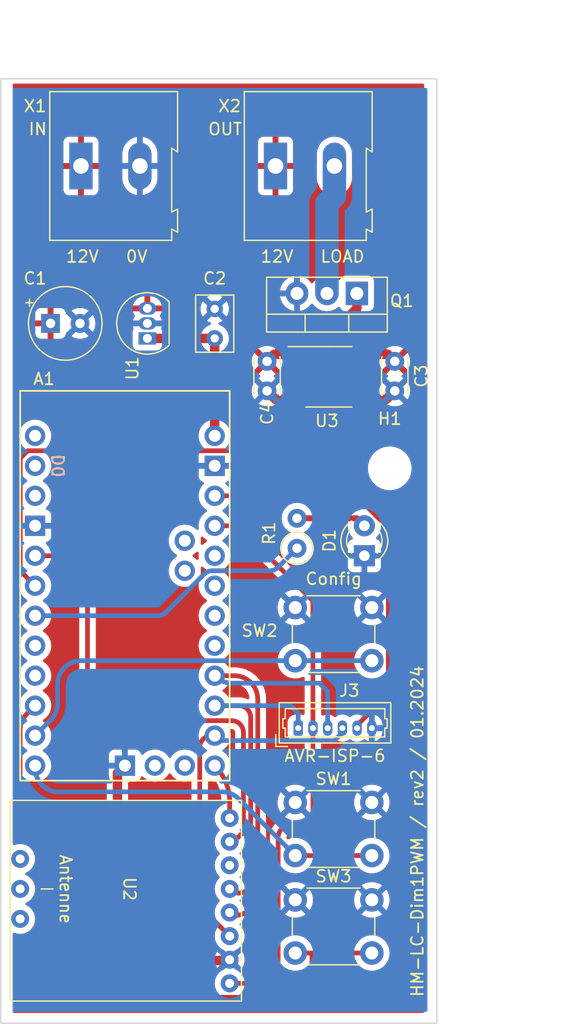
<source format=kicad_pcb>
(kicad_pcb (version 20240108) (generator "pcbnew") (generator_version "8.0")
  (layers (0 "F.Cu" signal) (31 "B.Cu" signal) (34 "B.Paste" user) (35 "F.Paste" user) (36 "B.SilkS" user "B.Silkscreen") (37 "F.SilkS" user "F.Silkscreen") (38 "B.Mask" user) (39 "F.Mask" user) (44 "Edge.Cuts" user))
  (net 0 "")
  (net 11 "Net-(A1-D2_INT0)")
  (net 12 "Net-(A1-D3_INT1)")
  (net 13 "Net-(A1-PadD4)")
  (net 15 "Net-(A1-PadD7)")
  (net 16 "Net-(A1-PadD8)")
  (net 17 "Net-(A1-PadD9)")
  (net 18 "Net-(A1-D10_CS)")
  (net 19 "Net-(A1-D11_MOSI)")
  (net 20 "Net-(A1-D12_MISO)")
  (net 21 "GND")
  (net 22 "+5V")
  (net 24 "Net-(J3-~{RST})")
  (net 25 "+3.3V")
  (net 26 "Net-(D1-A)")
  (net 27 "Net-(Q1-G)")
  (net 28 "Net-(Q1-D)")
  (net 34 "+12V")
  (net 36 "Net-(A1-D13_SCK)")
  (footprint "Button_Switch_THT:SW_PUSH_6mm_H5mm" (layer "F.Cu") (at 150.98 94.56)
    (property "Reference" "SW3" (at 3.25 -2 0) (layer "F.SilkS"))
    (property "Value" "SW_Push" (hide yes))
    (fp_line (start -0.25 1.5) (end -0.25 3) (stroke (width 0.12)) (layer "F.SilkS"))
    (fp_line (start 1 5.5) (end 5.5 5.5) (stroke (width 0.12)) (layer "F.SilkS"))
    (fp_line (start 5.5 -1) (end 1 -1) (stroke (width 0.12)) (layer "F.SilkS"))
    (fp_line (start 6.75 3) (end 6.75 1.5) (stroke (width 0.12)) (layer "F.SilkS"))
    (pad "1" thru_hole circle (at 0 0 90) (size 2 2) (drill 1.1) (layers "*.Cu" "*.Mask") (net 21 "GND"))
    (pad "1" thru_hole circle (at 6.5 0 90) (size 2 2) (drill 1.1) (layers "*.Cu" "*.Mask") (net 21 "GND"))
    (pad "2" thru_hole circle (at 0 4.5 90) (size 2 2) (drill 1.1) (layers "*.Cu" "*.Mask") (net 15 "Net-(A1-PadD7)"))
    (pad "2" thru_hole circle (at 6.5 4.5 90) (size 2 2) (drill 1.1) (layers "*.Cu" "*.Mask") (net 15 "Net-(A1-PadD7)"))
  )
  (footprint "Capacitor_THT:C_Rect_L4.6mm_W3.0mm_P2.50mm_MKS02_FKP02" (layer "F.Cu") (at 144.145 46.99 90)
    (property "Reference" "C2" (at 5.08 0 180) (layer "F.SilkS"))
    (property "Value" "100n")
    (fp_line (start 3.67 -1.62) (end 3.67 1.62) (stroke (width 0.12)) (layer "F.SilkS"))
    (fp_line (start -1.17 -1.62) (end 3.67 -1.62) (stroke (width 0.12)) (layer "F.SilkS"))
    (fp_line (start -1.17 -1.62) (end -1.17 1.62) (stroke (width 0.12)) (layer "F.SilkS"))
    (fp_line (start -1.17 1.62) (end 3.67 1.62) (stroke (width 0.12)) (layer "F.SilkS"))
    (pad "1" thru_hole circle (at 0 0 90) (size 1.4 1.4) (drill 0.7) (layers "*.Cu" "*.Mask") (net 22 "+5V"))
    (pad "2" thru_hole circle (at 2.5 0 90) (size 1.4 1.4) (drill 0.7) (layers "*.Cu" "*.Mask") (net 21 "GND"))
  )
  (footprint "Package_SO:SOIC-8_3.9x4.9mm_P1.27mm" (layer "F.Cu") (at 153.835 50.245)
    (property "Reference" "U3" (at -0.165 3.73 0) (layer "F.SilkS"))
    (property "Value" "MIC4422YM")
    (fp_line (start 0 -2.56) (end -3.45 -2.56) (stroke (width 0.12)) (layer "F.SilkS"))
    (fp_line (start 0 -2.56) (end 1.95 -2.56) (stroke (width 0.12)) (layer "F.SilkS"))
    (fp_line (start 0 2.56) (end -1.95 2.56) (stroke (width 0.12)) (layer "F.SilkS"))
    (fp_line (start 0 2.56) (end 1.95 2.56) (stroke (width 0.12)) (layer "F.SilkS"))
    (pad "1" smd roundrect (at -2.475 -1.905) (size 1.95 0.6) (layers "F.Cu" "F.Paste" "F.Mask") (net 34 "+12V"))
    (pad "2" smd roundrect (at -2.475 -0.635) (size 1.95 0.6) (layers "F.Cu" "F.Paste" "F.Mask") (net 12 "Net-(A1-D3_INT1)"))
    (pad "3" smd roundrect (at -2.475 0.635) (size 1.95 0.6) (layers "F.Cu" "F.Paste" "F.Mask"))
    (pad "4" smd roundrect (at -2.475 1.905) (size 1.95 0.6) (layers "F.Cu" "F.Paste" "F.Mask") (net 21 "GND"))
    (pad "5" smd roundrect (at 2.475 1.905) (size 1.95 0.6) (layers "F.Cu" "F.Paste" "F.Mask") (net 21 "GND"))
    (pad "6" smd roundrect (at 2.475 0.635) (size 1.95 0.6) (layers "F.Cu" "F.Paste" "F.Mask") (net 27 "Net-(Q1-G)"))
    (pad "7" smd roundrect (at 2.475 -0.635) (size 1.95 0.6) (layers "F.Cu" "F.Paste" "F.Mask") (net 27 "Net-(Q1-G)"))
    (pad "8" smd roundrect (at 2.475 -1.905) (size 1.95 0.6) (layers "F.Cu" "F.Paste" "F.Mask") (net 34 "+12V"))
  )
  (footprint "TerminalBlock:TerminalBlock_Altech_AK300-2_P5.00mm" (layer "F.Cu") (at 149.305 32.385)
    (property "Reference" "X2" (at -3.89 -5.08 0) (layer "F.SilkS"))
    (property "Value" "Screw_Terminal_01x02" (hide yes))
    (fp_line (start -2.65 -6.3) (end -2.65 6.3) (stroke (width 0.12)) (layer "F.SilkS"))
    (fp_line (start -2.65 6.3) (end 7.7 6.3) (stroke (width 0.12)) (layer "F.SilkS"))
    (fp_line (start 7.7 -1.5) (end 8.2 -1.2) (stroke (width 0.12)) (layer "F.SilkS"))
    (fp_line (start 7.7 3.9) (end 7.7 -1.5) (stroke (width 0.12)) (layer "F.SilkS"))
    (fp_line (start 7.7 5.35) (end 8.2 5.6) (stroke (width 0.12)) (layer "F.SilkS"))
    (fp_line (start 7.7 6.3) (end 7.7 5.35) (stroke (width 0.12)) (layer "F.SilkS"))
    (fp_line (start 8.2 -6.3) (end -2.65 -6.3) (stroke (width 0.12)) (layer "F.SilkS"))
    (fp_line (start 8.2 -1.2) (end 8.2 -6.3) (stroke (width 0.12)) (layer "F.SilkS"))
    (fp_line (start 8.2 3.65) (end 7.7 3.9) (stroke (width 0.12)) (layer "F.SilkS"))
    (fp_line (start 8.2 3.7) (end 8.2 3.65) (stroke (width 0.12)) (layer "F.SilkS"))
    (fp_line (start 8.2 5.6) (end 8.2 3.7) (stroke (width 0.12)) (layer "F.SilkS"))
    (pad "1" thru_hole rect (at 0 0) (size 1.98 3.96) (drill 1.32) (layers "*.Cu" "*.Mask") (net 34 "+12V"))
    (pad "2" thru_hole oval (at 5 0) (size 1.98 3.96) (drill 1.32) (layers "*.Cu" "*.Mask") (net 28 "Net-(Q1-D)"))
  )
  (footprint "LED_THT:LED_D3.0mm" (layer "F.Cu") (at 156.845 65.405 90)
    (property "Reference" "D1" (at 1.27 -2.96 90) (layer "F.SilkS"))
    (property "Value" "LED")
    (fp_line (start -0.29 -1.236) (end -0.29 -1.08) (stroke (width 0.12)) (layer "F.SilkS"))
    (fp_line (start -0.29 1.08) (end -0.29 1.236) (stroke (width 0.12)) (layer "F.SilkS"))
    (fp_arc (start -0.29 -1.235516) (mid 1.366487 -1.987659) (end 2.942335 -1.078608) (stroke (width 0.12)) (layer "F.SilkS"))
    (fp_arc (start 0.229039 -1.08) (mid 1.270117 -1.5) (end 2.31113 -1.079837) (stroke (width 0.12)) (layer "F.SilkS"))
    (fp_arc (start 2.942335 1.078608) (mid 1.366487 1.987659) (end -0.29 1.235516) (stroke (width 0.12)) (layer "F.SilkS"))
    (fp_arc (start 2.31113 1.079837) (mid 1.270117 1.5) (end 0.229039 1.08) (stroke (width 0.12)) (layer "F.SilkS"))
    (pad "1" thru_hole rect (at 0 0 90) (size 1.8 1.8) (drill 0.9) (layers "*.Cu" "*.Mask") (net 21 "GND"))
    (pad "2" thru_hole circle (at 2.54 0 90) (size 1.8 1.8) (drill 0.9) (layers "*.Cu" "*.Mask") (net 26 "Net-(D1-A)"))
  )
  (footprint "Capacitor_THT:CP_Radial_Tantal_D6.0mm_P2.50mm" (layer "F.Cu") (at 130.215 45.72)
    (property "Reference" "C1" (at -1.31 -3.81 0) (layer "F.SilkS"))
    (property "Value" "100µ/25V")
    (fp_line (start -2.089749 -1.755) (end -1.489749 -1.755) (stroke (width 0.12)) (layer "F.SilkS"))
    (fp_line (start -1.789749 -2.055) (end -1.789749 -1.455) (stroke (width 0.12)) (layer "F.SilkS"))
    (fp_circle (center 1.25 0) (end 4.37 0) (stroke (width 0.12)) (fill none) (layer "F.SilkS"))
    (pad "1" thru_hole rect (at 0 0) (size 1.6 1.6) (drill 0.8) (layers "*.Cu" "*.Mask") (net 34 "+12V"))
    (pad "2" thru_hole circle (at 2.5 0) (size 1.6 1.6) (drill 0.8) (layers "*.Cu" "*.Mask") (net 21 "GND"))
  )
  (footprint "Button_Switch_THT:SW_PUSH_6mm_H5mm" (layer "F.Cu") (at 150.98 86.305)
    (property "Reference" "SW1" (at 3.25 -2 0) (layer "F.SilkS"))
    (property "Value" "SW_Push" (hide yes))
    (fp_line (start -0.25 1.5) (end -0.25 3) (stroke (width 0.12)) (layer "F.SilkS"))
    (fp_line (start 1 5.5) (end 5.5 5.5) (stroke (width 0.12)) (layer "F.SilkS"))
    (fp_line (start 5.5 -1) (end 1 -1) (stroke (width 0.12)) (layer "F.SilkS"))
    (fp_line (start 6.75 3) (end 6.75 1.5) (stroke (width 0.12)) (layer "F.SilkS"))
    (pad "1" thru_hole circle (at 0 0 90) (size 2 2) (drill 1.1) (layers "*.Cu" "*.Mask") (net 21 "GND"))
    (pad "1" thru_hole circle (at 6.5 0 90) (size 2 2) (drill 1.1) (layers "*.Cu" "*.Mask") (net 21 "GND"))
    (pad "2" thru_hole circle (at 0 4.5 90) (size 2 2) (drill 1.1) (layers "*.Cu" "*.Mask") (net 17 "Net-(A1-PadD9)"))
    (pad "2" thru_hole circle (at 6.5 4.5 90) (size 2 2) (drill 1.1) (layers "*.Cu" "*.Mask") (net 17 "Net-(A1-PadD9)"))
  )
  (footprint "TerminalBlock:TerminalBlock_Altech_AK300-2_P5.00mm" (layer "F.Cu") (at 132.795 32.385)
    (property "Reference" "X1" (at -3.89 -5.08 0) (layer "F.SilkS"))
    (property "Value" "Screw_Terminal_01x02" (hide yes))
    (fp_line (start -2.65 -6.3) (end -2.65 6.3) (stroke (width 0.12)) (layer "F.SilkS"))
    (fp_line (start -2.65 6.3) (end 7.7 6.3) (stroke (width 0.12)) (layer "F.SilkS"))
    (fp_line (start 7.7 -1.5) (end 8.2 -1.2) (stroke (width 0.12)) (layer "F.SilkS"))
    (fp_line (start 7.7 3.9) (end 7.7 -1.5) (stroke (width 0.12)) (layer "F.SilkS"))
    (fp_line (start 7.7 5.35) (end 8.2 5.6) (stroke (width 0.12)) (layer "F.SilkS"))
    (fp_line (start 7.7 6.3) (end 7.7 5.35) (stroke (width 0.12)) (layer "F.SilkS"))
    (fp_line (start 8.2 -6.3) (end -2.65 -6.3) (stroke (width 0.12)) (layer "F.SilkS"))
    (fp_line (start 8.2 -1.2) (end 8.2 -6.3) (stroke (width 0.12)) (layer "F.SilkS"))
    (fp_line (start 8.2 3.65) (end 7.7 3.9) (stroke (width 0.12)) (layer "F.SilkS"))
    (fp_line (start 8.2 3.7) (end 8.2 3.65) (stroke (width 0.12)) (layer "F.SilkS"))
    (fp_line (start 8.2 5.6) (end 8.2 3.7) (stroke (width 0.12)) (layer "F.SilkS"))
    (pad "1" thru_hole rect (at 0 0) (size 1.98 3.96) (drill 1.32) (layers "*.Cu" "*.Mask") (net 34 "+12V"))
    (pad "2" thru_hole oval (at 5 0) (size 1.98 3.96) (drill 1.32) (layers "*.Cu" "*.Mask") (net 21 "GND"))
  )
  (footprint "Button_Switch_THT:SW_PUSH_6mm_H5mm" (layer "F.Cu") (at 150.98 69.795)
    (property "Reference" "SW2" (at -3.025 1.96 0) (layer "F.SilkS"))
    (property "Value" "Config")
    (fp_line (start -0.25 1.5) (end -0.25 3) (stroke (width 0.12)) (layer "F.SilkS"))
    (fp_line (start 1 5.5) (end 5.5 5.5) (stroke (width 0.12)) (layer "F.SilkS"))
    (fp_line (start 5.5 -1) (end 1 -1) (stroke (width 0.12)) (layer "F.SilkS"))
    (fp_line (start 6.75 3) (end 6.75 1.5) (stroke (width 0.12)) (layer "F.SilkS"))
    (pad "1" thru_hole circle (at 0 0 90) (size 2 2) (drill 1.1) (layers "*.Cu" "*.Mask") (net 21 "GND"))
    (pad "1" thru_hole circle (at 6.5 0 90) (size 2 2) (drill 1.1) (layers "*.Cu" "*.Mask") (net 21 "GND"))
    (pad "2" thru_hole circle (at 0 4.5 90) (size 2 2) (drill 1.1) (layers "*.Cu" "*.Mask") (net 16 "Net-(A1-PadD8)"))
    (pad "2" thru_hole circle (at 6.5 4.5 90) (size 2 2) (drill 1.1) (layers "*.Cu" "*.Mask") (net 16 "Net-(A1-PadD8)"))
  )
  (footprint "Capacitor_THT:C_Disc_D3.0mm_W2.0mm_P2.50mm" (layer "F.Cu") (at 159.425 48.935 -90)
    (property "Reference" "C3" (at 1.25 -2.25 90) (layer "F.SilkS"))
    (property "Value" "100nF Kerko")
    (fp_line (start -0.37 1.12) (end 2.87 1.12) (stroke (width 0.12)) (layer "F.SilkS"))
    (fp_line (start -0.37 1.055) (end -0.37 1.12) (stroke (width 0.12)) (layer "F.SilkS"))
    (fp_line (start 2.87 1.055) (end 2.87 1.12) (stroke (width 0.12)) (layer "F.SilkS"))
    (fp_line (start -0.37 -1.12) (end -0.37 -1.055) (stroke (width 0.12)) (layer "F.SilkS"))
    (fp_line (start -0.37 -1.12) (end 2.87 -1.12) (stroke (width 0.12)) (layer "F.SilkS"))
    (fp_line (start 2.87 -1.12) (end 2.87 -1.055) (stroke (width 0.12)) (layer "F.SilkS"))
    (pad "1" thru_hole circle (at 0 0 270) (size 1.6 1.6) (drill 0.8) (layers "*.Cu" "*.Mask") (net 34 "+12V"))
    (pad "2" thru_hole circle (at 2.5 0 270) (size 1.6 1.6) (drill 0.8) (layers "*.Cu" "*.Mask") (net 21 "GND"))
  )
  (footprint "Package_TO_SOT_THT:TO-92_Inline" (layer "F.Cu") (at 138.43 46.99 90)
    (property "Reference" "U1" (at -2.54 -1.27 90) (layer "F.SilkS"))
    (property "Value" "L78L05_TO92")
    (fp_line (start -0.53 1.85) (end 3.07 1.85) (stroke (width 0.12)) (layer "F.SilkS"))
    (fp_arc (start 1.27 -2.6) (mid 3.672087 -0.994977) (end 3.108478 1.838478) (stroke (width 0.12)) (layer "F.SilkS"))
    (fp_arc (start -0.568478 1.838478) (mid -1.132087 -0.994977) (end 1.27 -2.6) (stroke (width 0.12)) (layer "F.SilkS"))
    (pad "1" thru_hole rect (at 0 0 90) (size 1.05 1.5) (drill 0.75) (layers "*.Cu" "*.Mask") (net 22 "+5V"))
    (pad "2" thru_hole oval (at 1.27 0 90) (size 1.05 1.5) (drill 0.75) (layers "*.Cu" "*.Mask") (net 21 "GND"))
    (pad "3" thru_hole oval (at 2.54 0 90) (size 1.05 1.5) (drill 0.75) (layers "*.Cu" "*.Mask") (net 34 "+12V"))
  )
  (footprint "Resistor_THT:R_Axial_DIN0207_L6.3mm_D2.5mm_P2.54mm_Vertical" (layer "F.Cu") (at 151.13 64.77 90)
    (property "Reference" "R1" (at 1.27 -2.37 90) (layer "F.SilkS"))
    (property "Value" "330R")
    (fp_line (start 1.37 0) (end 1.44 0) (stroke (width 0.12)) (layer "F.SilkS"))
    (fp_circle (center 0 0) (end 1.37 0) (stroke (width 0.12)) (fill none) (layer "F.SilkS"))
    (pad "1" thru_hole circle (at 0 0 90) (size 1.6 1.6) (drill 0.8) (layers "*.Cu" "*.Mask") (net 13 "Net-(A1-PadD4)"))
    (pad "2" thru_hole oval (at 2.54 0 90) (size 1.6 1.6) (drill 0.8) (layers "*.Cu" "*.Mask") (net 26 "Net-(D1-A)"))
  )
  (footprint "Package_TO_SOT_THT:TO-220-3_Vertical" (layer "F.Cu") (at 156.21 43.18 180)
    (property "Reference" "Q1" (at -3.81 -0.635 0) (layer "F.SilkS"))
    (property "Value" "IRF3708")
    (fp_line (start 7.66 -3.27) (end 7.66 1.371) (stroke (width 0.12)) (layer "F.SilkS"))
    (fp_line (start 4.391 -3.27) (end 4.391 -1.76) (stroke (width 0.12)) (layer "F.SilkS"))
    (fp_line (start 0.69 -3.27) (end 0.69 -1.76) (stroke (width 0.12)) (layer "F.SilkS"))
    (fp_line (start -2.58 1.371) (end 7.66 1.371) (stroke (width 0.12)) (layer "F.SilkS"))
    (fp_line (start -2.58 -1.76) (end 7.66 -1.76) (stroke (width 0.12)) (layer "F.SilkS"))
    (fp_line (start -2.58 -3.27) (end 7.66 -3.27) (stroke (width 0.12)) (layer "F.SilkS"))
    (fp_line (start -2.58 -3.27) (end -2.58 1.371) (stroke (width 0.12)) (layer "F.SilkS"))
    (pad "1" thru_hole rect (at 0 0 180) (size 1.905 2) (drill 1.1) (layers "*.Cu" "*.Mask") (net 27 "Net-(Q1-G)"))
    (pad "2" thru_hole oval (at 2.54 0 180) (size 1.905 2) (drill 1.1) (layers "*.Cu" "*.Mask") (net 28 "Net-(Q1-D)"))
    (pad "3" thru_hole oval (at 5.08 0 180) (size 1.905 2) (drill 1.1) (layers "*.Cu" "*.Mask") (net 21 "GND"))
  )
  (footprint "PCM_arduino-library:Clone_Pro_Mini_Socket_NoSPH" (layer "F.Cu") (at 136.525 67.945)
    (property "Reference" "A1" (at -6.858 -17.526 0) (layer "F.SilkS"))
    (property "Value" "Clone_Pro_Mini_Socket_NoSPH")
    (fp_line (start -8.89 -16.51) (end -8.89 16.51) (stroke (width 0.15)) (layer "F.SilkS"))
    (fp_line (start 8.89 -16.51) (end -8.89 -16.51) (stroke (width 0.15)) (layer "F.SilkS"))
    (fp_line (start 8.89 -16.51) (end 8.89 16.51) (stroke (width 0.15)) (layer "F.SilkS"))
    (fp_line (start 8.89 16.51) (end -8.89 16.51) (stroke (width 0.15)) (layer "F.SilkS"))
    (fp_text user "D0" (at -5.715 -10.16 -90) (layer "B.SilkS") (effects (justify mirror)))
    (fp_text user "D0" (at -5.715 -10.16 -90) (layer "F.SilkS"))
    (pad "A0" thru_hole circle (at 7.62 5.08) (size 1.7272 1.7272) (drill 1.016) (layers "*.Cu" "*.Mask"))
    (pad "A1" thru_hole circle (at 7.62 2.54) (size 1.7272 1.7272) (drill 1.016) (layers "*.Cu" "*.Mask"))
    (pad "A2" thru_hole circle (at 7.62 0) (size 1.7272 1.7272) (drill 1.016) (layers "*.Cu" "*.Mask"))
    (pad "A3" thru_hole circle (at 7.62 -2.54) (size 1.7272 1.7272) (drill 1.016) (layers "*.Cu" "*.Mask"))
    (pad "A4" thru_hole circle (at 5.08 -1.27) (size 1.7272 1.7272) (drill 1.016) (layers "*.Cu" "*.Mask"))
    (pad "A5" thru_hole circle (at 5.08 -3.81) (size 1.7272 1.7272) (drill 1.016) (layers "*.Cu" "*.Mask"))
    (pad "A6" thru_hole circle (at 2.54 15.24) (size 1.7272 1.7272) (drill 1.016) (layers "*.Cu" "*.Mask"))
    (pad "A7" thru_hole circle (at 5.08 15.24) (size 1.7272 1.7272) (drill 1.016) (layers "*.Cu" "*.Mask"))
    (pad "D0" thru_hole circle (at -7.62 -10.16) (size 1.7272 1.7272) (drill 1.016) (layers "*.Cu" "*.Mask"))
    (pad "D1" thru_hole circle (at -7.62 -12.7) (size 1.7272 1.7272) (drill 1.016) (layers "*.Cu" "*.Mask"))
    (pad "D2" thru_hole circle (at -7.62 -2.54) (size 1.7272 1.7272) (drill 1.016) (layers "*.Cu" "*.Mask") (net 11 "Net-(A1-D2_INT0)"))
    (pad "D3" thru_hole circle (at -7.62 0) (size 1.7272 1.7272) (drill 1.016) (layers "*.Cu" "*.Mask") (net 12 "Net-(A1-D3_INT1)"))
    (pad "D4" thru_hole circle (at -7.62 2.54) (size 1.7272 1.7272) (drill 1.016) (layers "*.Cu" "*.Mask") (net 13 "Net-(A1-PadD4)"))
    (pad "D5" thru_hole circle (at -7.62 5.08) (size 1.7272 1.7272) (drill 1.016) (layers "*.Cu" "*.Mask"))
    (pad "D6" thru_hole circle (at -7.62 7.62) (size 1.7272 1.7272) (drill 1.016) (layers "*.Cu" "*.Mask"))
    (pad "D7" thru_hole circle (at -7.62 10.16) (size 1.7272 1.7272) (drill 1.016) (layers "*.Cu" "*.Mask") (net 15 "Net-(A1-PadD7)"))
    (pad "D8" thru_hole circle (at -7.62 12.7) (size 1.7272 1.7272) (drill 1.016) (layers "*.Cu" "*.Mask") (net 16 "Net-(A1-PadD8)"))
    (pad "D9" thru_hole circle (at -7.62 15.24) (size 1.7272 1.7272) (drill 1.016) (layers "*.Cu" "*.Mask") (net 17 "Net-(A1-PadD9)"))
    (pad "D10" thru_hole circle (at 7.62 15.24) (size 1.7272 1.7272) (drill 1.016) (layers "*.Cu" "*.Mask") (net 18 "Net-(A1-D10_CS)"))
    (pad "D11" thru_hole circle (at 7.62 12.7) (size 1.7272 1.7272) (drill 1.016) (layers "*.Cu" "*.Mask") (net 19 "Net-(A1-D11_MOSI)"))
    (pad "D12" thru_hole circle (at 7.62 10.16) (size 1.7272 1.7272) (drill 1.016) (layers "*.Cu" "*.Mask") (net 20 "Net-(A1-D12_MISO)"))
    (pad "D13" thru_hole circle (at 7.62 7.62) (size 1.7272 1.7272) (drill 1.016) (layers "*.Cu" "*.Mask") (net 36 "Net-(A1-D13_SCK)"))
    (pad "GND1" thru_hole rect (at -7.62 -5.08) (size 1.7272 1.7272) (drill 1.016) (layers "*.Cu" "*.Mask") (net 21 "GND"))
    (pad "GND2" thru_hole rect (at 7.62 -10.16) (size 1.7272 1.7272) (drill 1.016) (layers "*.Cu" "*.Mask") (net 21 "GND"))
    (pad "GND3" thru_hole rect (at 0 15.24) (size 1.7272 1.7272) (drill 1.016) (layers "*.Cu" "*.Mask") (net 21 "GND"))
    (pad "RAW" thru_hole circle (at 7.62 -12.7) (size 1.7272 1.7272) (drill 1.016) (layers "*.Cu" "*.Mask") (net 22 "+5V"))
    (pad "RST1" thru_hole circle (at -7.62 -7.62) (size 1.7272 1.7272) (drill 1.016) (layers "*.Cu" "*.Mask"))
    (pad "RST2" thru_hole circle (at 7.62 -7.62) (size 1.7272 1.7272) (drill 1.016) (layers "*.Cu" "*.Mask") (net 24 "Net-(J3-~{RST})"))
    (pad "Vcc1" thru_hole circle (at 7.62 -5.08) (size 1.7272 1.7272) (drill 1.016) (layers "*.Cu" "*.Mask") (net 25 "+3.3V"))
  )
  (footprint "*Eigenes:CC1101_Module_v1" (layer "F.Cu") (at 136.415 93.63 -90)
    (property "Reference" "U2" (at 0 -0.5 -90) (layer "F.SilkS"))
    (property "Value" "CC1101")
    (fp_line (start 0 6) (end 0 7) (stroke (width 0.12)) (layer "F.SilkS"))
    (fp_rect (start -7.5 -10) (end 9.5 9.635) (stroke (width 0.12)) (fill none) (layer "F.SilkS"))
    (fp_text user "Antenne" (at -3 5.5 -90) (layer "F.SilkS") (effects (justify left bottom)))
    (pad "1" thru_hole circle (at -6 -9 270) (size 1.524 1.524) (drill 0.762) (layers "*.Cu" "*.Mask") (net 18 "Net-(A1-D10_CS)"))
    (pad "2" thru_hole circle (at -4 -9 270) (size 1.524 1.524) (drill 0.762) (layers "*.Cu" "*.Mask") (net 11 "Net-(A1-D2_INT0)"))
    (pad "3" thru_hole circle (at -2 -9 270) (size 1.524 1.524) (drill 0.762) (layers "*.Cu" "*.Mask"))
    (pad "4" thru_hole circle (at 0 -9 270) (size 1.524 1.524) (drill 0.762) (layers "*.Cu" "*.Mask") (net 20 "Net-(A1-D12_MISO)"))
    (pad "5" thru_hole circle (at 2 -9 270) (size 1.524 1.524) (drill 0.762) (layers "*.Cu" "*.Mask") (net 36 "Net-(A1-D13_SCK)"))
    (pad "6" thru_hole circle (at 4 -9 270) (size 1.524 1.524) (drill 0.762) (layers "*.Cu" "*.Mask") (net 19 "Net-(A1-D11_MOSI)"))
    (pad "7" thru_hole circle (at 6 -9 270) (size 1.524 1.524) (drill 0.762) (layers "*.Cu" "*.Mask") (net 21 "GND"))
    (pad "8" thru_hole circle (at 8 -9 270) (size 1.524 1.524) (drill 0.762) (layers "*.Cu" "*.Mask") (net 25 "+3.3V"))
    (pad "9" thru_hole circle (at -2.54 8.78 270) (size 1.524 1.524) (drill 0.762) (layers "*.Cu" "*.Mask"))
    (pad "10" thru_hole circle (at 0 8.78 270) (size 1.524 1.524) (drill 0.762) (layers "*.Cu" "*.Mask"))
    (pad "11" thru_hole circle (at 2.54 8.78 270) (size 1.524 1.524) (drill 0.762) (layers "*.Cu" "*.Mask"))
  )
  (footprint "Connector_Molex:Molex_PicoBlade_53047-0610_1x06_P1.25mm_Vertical" (layer "F.Cu") (at 151.23 80.01)
    (property "Reference" "J3" (at 4.345 -3.175 0) (layer "F.SilkS"))
    (property "Value" "AVR-ISP-6" (at 3.12 2.35 0) (layer "F.SilkS"))
    (fp_line (start -1.9 1.55) (end -1.9 0.55) (stroke (width 0.12)) (layer "F.SilkS"))
    (fp_line (start -1.9 1.55) (end -0.9 1.55) (stroke (width 0.12)) (layer "F.SilkS"))
    (fp_line (start -1.61 -2.16) (end -1.61 1.26) (stroke (width 0.12)) (layer "F.SilkS"))
    (fp_line (start -1.61 1.26) (end 7.86 1.26) (stroke (width 0.12)) (layer "F.SilkS"))
    (fp_line (start -1.3 -0.8) (end -1.1 -0.8) (stroke (width 0.12)) (layer "F.SilkS"))
    (fp_line (start -1.3 0) (end -1.3 -0.8) (stroke (width 0.12)) (layer "F.SilkS"))
    (fp_line (start -1.1 -1.65) (end 3.125 -1.65) (stroke (width 0.12)) (layer "F.SilkS"))
    (fp_line (start -1.1 -0.8) (end -1.1 -1.65) (stroke (width 0.12)) (layer "F.SilkS"))
    (fp_line (start -1.1 0) (end -1.3 0) (stroke (width 0.12)) (layer "F.SilkS"))
    (fp_line (start -1.1 0.75) (end -1.1 0) (stroke (width 0.12)) (layer "F.SilkS"))
    (fp_line (start 3.125 0.75) (end -1.1 0.75) (stroke (width 0.12)) (layer "F.SilkS"))
    (fp_line (start 3.125 0.75) (end 7.35 0.75) (stroke (width 0.12)) (layer "F.SilkS"))
    (fp_line (start 7.35 -1.65) (end 3.125 -1.65) (stroke (width 0.12)) (layer "F.SilkS"))
    (fp_line (start 7.35 -0.8) (end 7.35 -1.65) (stroke (width 0.12)) (layer "F.SilkS"))
    (fp_line (start 7.35 0) (end 7.55 0) (stroke (width 0.12)) (layer "F.SilkS"))
    (fp_line (start 7.35 0.75) (end 7.35 0) (stroke (width 0.12)) (layer "F.SilkS"))
    (fp_line (start 7.55 -0.8) (end 7.35 -0.8) (stroke (width 0.12)) (layer "F.SilkS"))
    (fp_line (start 7.55 0) (end 7.55 -0.8) (stroke (width 0.12)) (layer "F.SilkS"))
    (fp_line (start 7.86 -2.16) (end -1.61 -2.16) (stroke (width 0.12)) (layer "F.SilkS"))
    (fp_line (start 7.86 1.26) (end 7.86 -2.16) (stroke (width 0.12)) (layer "F.SilkS"))
    (pad "1" thru_hole roundrect (at 0 0) (size 0.8 1.3) (drill 0.5) (layers "*.Cu" "*.Mask") (net 20 "Net-(A1-D12_MISO)"))
    (pad "2" thru_hole oval (at 1.25 0) (size 0.8 1.3) (drill 0.5) (layers "*.Cu" "*.Mask") (net 25 "+3.3V"))
    (pad "3" thru_hole oval (at 2.5 0) (size 0.8 1.3) (drill 0.5) (layers "*.Cu" "*.Mask") (net 36 "Net-(A1-D13_SCK)"))
    (pad "4" thru_hole oval (at 3.75 0) (size 0.8 1.3) (drill 0.5) (layers "*.Cu" "*.Mask") (net 19 "Net-(A1-D11_MOSI)"))
    (pad "5" thru_hole oval (at 5 0) (size 0.8 1.3) (drill 0.5) (layers "*.Cu" "*.Mask") (net 24 "Net-(J3-~{RST})"))
    (pad "6" thru_hole oval (at 6.25 0) (size 0.8 1.3) (drill 0.5) (layers "*.Cu" "*.Mask") (net 21 "GND"))
  )
  (footprint "Capacitor_THT:C_Disc_D3.0mm_W2.0mm_P2.50mm" (layer "F.Cu") (at 148.59 48.935 -90)
    (property "Reference" "C4" (at 4.405 0 90) (layer "F.SilkS"))
    (property "Value" "100nF Kerko")
    (fp_line (start -0.37 1.12) (end 2.87 1.12) (stroke (width 0.12)) (layer "F.SilkS"))
    (fp_line (start -0.37 1.055) (end -0.37 1.12) (stroke (width 0.12)) (layer "F.SilkS"))
    (fp_line (start 2.87 1.055) (end 2.87 1.12) (stroke (width 0.12)) (layer "F.SilkS"))
    (fp_line (start -0.37 -1.12) (end -0.37 -1.055) (stroke (width 0.12)) (layer "F.SilkS"))
    (fp_line (start -0.37 -1.12) (end 2.87 -1.12) (stroke (width 0.12)) (layer "F.SilkS"))
    (fp_line (start 2.87 -1.12) (end 2.87 -1.055) (stroke (width 0.12)) (layer "F.SilkS"))
    (pad "1" thru_hole circle (at 0 0 270) (size 1.6 1.6) (drill 0.8) (layers "*.Cu" "*.Mask") (net 34 "+12V"))
    (pad "2" thru_hole circle (at 2.5 0 270) (size 1.6 1.6) (drill 0.8) (layers "*.Cu" "*.Mask") (net 21 "GND"))
  )
  (footprint "MountingHole:MountingHole_3.2mm_M3" (layer "F.Cu") (at 159 58)
    (property "Reference" "H1" (at 0 -4.2 0) (layer "F.SilkS"))
    (property "Value" "MountingHole")
    (pad "" np_thru_hole circle (at 0 0) (size 3.2 3.2) (drill 3.2) (layers "*.Cu" "*.Mask"))
  )
  (gr_rect (start 126 25) (end 163 105) (stroke (width 0.1)) (fill none) (layer "Edge.Cuts"))
  (gr_text "LOAD" (at 153.035 40.64 0) (layer "F.SilkS") (effects (font (size 1 1)) (justify left bottom)))
  (gr_text "12V" (at 131.445 40.64 0) (layer "F.SilkS") (effects (font (size 1 1)) (justify left bottom)))
  (gr_text "0V" (at 136.525 40.64 0) (layer "F.SilkS") (effects (font (size 1 1)) (justify left bottom)))
  (gr_text "HM-LC-Dim1PWM / rev2 / 01.2024" (at 161.925 102.87 90) (layer "F.SilkS") (effects (font (size 1 1)) (justify left bottom)))
  (gr_text "Config" (at 151.765 67.945 0) (layer "F.SilkS") (effects (font (size 1 1)) (justify left bottom)))
  (gr_text "IN" (at 128.27 29.845 0) (layer "F.SilkS") (effects (font (size 1 1)) (justify left bottom)))
  (gr_text "OUT" (at 143.51 29.845 0) (layer "F.SilkS") (effects (font (size 1 1)) (justify left bottom)))
  (gr_text "12V" (at 147.955 40.64 0) (layer "F.SilkS") (effects (font (size 1 1)) (justify left bottom)))
  (segment (start 145.415 89.63) (end 145.7584 89.63) (width 0.4) (layer "F.Cu") (net 11))
  (segment (start 132.35 65.405) (end 128.905 65.405) (width 0.4) (layer "F.Cu") (net 11))
  (segment (start 133.35 78.375) (end 133.35 66.405) (width 0.4) (layer "F.Cu") (net 11))
  (segment (start 146.5834 88.805) (end 146.5834 80.375) (width 0.4) (layer "F.Cu") (net 11))
  (segment (start 145.5834 79.375) (end 134.35 79.375) (width 0.4) (layer "F.Cu") (net 11))
  (segment (start 145.7584 89.63) (end 146.5834 88.805) (width 0.4) (layer "F.Cu") (net 11))
  (arc (start 133.35 66.405) (mid 133.057107 65.697893) (end 132.35 65.405) (width 0.4) (layer "F.Cu") (net 11))
  (arc (start 134.35 79.375) (mid 133.642893 79.082107) (end 133.35 78.375) (width 0.4) (layer "F.Cu") (net 11))
  (arc (start 146.5834 80.375) (mid 146.290507 79.667893) (end 145.5834 79.375) (width 0.4) (layer "F.Cu") (net 11))
  (segment (start 152.335 49.61) (end 151.36 49.61) (width 0.4) (layer "F.Cu") (net 12))
  (segment (start 128.276 56.5086) (end 152.035 56.5086) (width 0.4) (layer "F.Cu") (net 12))
  (segment (start 127.641 66.6814) (end 127.641 57.1436) (width 0.4) (layer "F.Cu") (net 12))
  (segment (start 153.035 50.31) (end 152.335 49.61) (width 0.4) (layer "F.Cu") (net 12))
  (segment (start 128.905 67.945) (end 127.641 66.6814) (width 0.4) (layer "F.Cu") (net 12))
  (segment (start 153.035 55.5086) (end 153.035 50.31) (width 0.4) (layer "F.Cu") (net 12))
  (segment (start 127.641 57.1436) (end 128.276 56.5086) (width 0.4) (layer "F.Cu") (net 12))
  (arc (start 152.035 56.5086) (mid 152.742107 56.215707) (end 153.035 55.5086) (width 0.4) (layer "F.Cu") (net 12))
  (segment (start 149.517893 66.382107) (end 151.13 64.77) (width 0.4) (layer "B.Cu") (net 13))
  (segment (start 143.947414 66.675) (end 148.810786 66.675) (width 0.4) (layer "B.Cu") (net 13))
  (segment (start 128.905 70.485) (end 139.308986 70.485) (width 0.4) (layer "B.Cu") (net 13))
  (segment (start 140.016093 70.192107) (end 143.240307 66.967893) (width 0.4) (layer "B.Cu") (net 13))
  (arc (start 143.947414 66.675) (mid 143.564731 66.75112) (end 143.240307 66.967893) (width 0.4) (layer "B.Cu") (net 13))
  (arc (start 140.016093 70.192107) (mid 139.69167 70.40888) (end 139.308986 70.485) (width 0.4) (layer "B.Cu") (net 13))
  (arc (start 148.810786 66.675) (mid 149.193469 66.59888) (end 149.517893 66.382107) (width 0.4) (layer "B.Cu") (net 13))
  (segment (start 132.715 100.8108) (end 132.715 91.452827) (width 0.4) (layer "F.Cu") (net 15))
  (segment (start 132.129213 90.038613) (end 128.214786 86.124186) (width 0.4) (layer "F.Cu") (net 15))
  (segment (start 127.629 84.709973) (end 127.629 80.209427) (width 0.4) (layer "F.Cu") (net 15))
  (segment (start 128.214787 78.795213) (end 128.905 78.105) (width 0.4) (layer "F.Cu") (net 15))
  (segment (start 150.3958 102.8108) (end 134.715 102.8108) (width 0.4) (layer "F.Cu") (net 15))
  (segment (start 157.48 99.06) (end 152.3958 99.06) (width 0.4) (layer "F.Cu") (net 15))
  (segment (start 152.3958 99.06) (end 152.3958 100.8108) (width 0.4) (layer "F.Cu") (net 15))
  (segment (start 152.3958 99.06) (end 150.98 99.06) (width 0.4) (layer "F.Cu") (net 15))
  (arc (start 150.3958 102.8108) (mid 151.810014 102.225014) (end 152.3958 100.8108) (width 0.4) (layer "F.Cu") (net 15))
  (arc (start 127.629 84.709973) (mid 127.781241 85.47534) (end 128.214786 86.124186) (width 0.4) (layer "F.Cu") (net 15))
  (arc (start 132.715 100.8108) (mid 133.300786 102.225014) (end 134.715 102.8108) (width 0.4) (layer "F.Cu") (net 15))
  (arc (start 132.715 91.452827) (mid 132.562759 90.68746) (end 132.129213 90.038613) (width 0.4) (layer "F.Cu") (net 15))
  (arc (start 128.214787 78.795213) (mid 127.781241 79.44406) (end 127.629 80.209427) (width 0.4) (layer "F.Cu") (net 15))
  (segment (start 130.81 76.295) (end 130.81 77.911573) (width 0.4) (layer "B.Cu") (net 16))
  (segment (start 157.48 74.295) (end 150.98 74.295) (width 0.4) (layer "B.Cu") (net 16))
  (segment (start 150.98 74.295) (end 132.81 74.295) (width 0.4) (layer "B.Cu") (net 16))
  (segment (start 130.224213 79.325787) (end 128.905 80.645) (width 0.4) (layer "B.Cu") (net 16))
  (arc (start 130.224213 79.325787) (mid 130.657759 78.67694) (end 130.81 77.911573) (width 0.4) (layer "B.Cu") (net 16))
  (arc (start 132.81 74.295) (mid 131.395786 74.880786) (end 130.81 76.295) (width 0.4) (layer "B.Cu") (net 16))
  (segment (start 157.48 90.805) (end 150.98 90.805) (width 0.4) (layer "F.Cu") (net 17))
  (segment (start 144.752073 85.4055) (end 130.905 85.4055) (width 0.4) (layer "B.Cu") (net 17))
  (segment (start 150.98 90.805) (end 146.166286 85.991286) (width 0.4) (layer "B.Cu") (net 17))
  (segment (start 128.905 83.4055) (end 128.905 83.185) (width 0.4) (layer "B.Cu") (net 17))
  (arc (start 146.166286 85.991286) (mid 145.51744 85.557741) (end 144.752073 85.4055) (width 0.4) (layer "B.Cu") (net 17))
  (arc (start 128.905 83.4055) (mid 129.490786 84.819714) (end 130.905 85.4055) (width 0.4) (layer "B.Cu") (net 17))
  (segment (start 145.415 86.251051) (end 145.415 87.63) (width 0.4) (layer "F.Cu") (net 18))
  (segment (start 144.145 83.185) (end 143.7249 83.6051) (width 0.4) (layer "F.Cu") (net 18))
  (arc (start 144.145 83.185) (mid 145.084937 84.591715) (end 145.415 86.251051) (width 0.4) (layer "F.Cu") (net 18))
  (segment (start 145.415 97.63) (end 143.167893 95.382893) (width 0.4) (layer "F.Cu") (net 19))
  (segment (start 142.875 94.675786) (end 142.875 81.645) (width 0.4) (layer "F.Cu") (net 19))
  (segment (start 143.875 80.645) (end 144.145 80.645) (width 0.4) (layer "F.Cu") (net 19))
  (arc (start 142.875 81.645) (mid 143.167893 80.937893) (end 143.875 80.645) (width 0.4) (layer "F.Cu") (net 19))
  (arc (start 142.875 94.675786) (mid 142.95112 95.058469) (end 143.167893 95.382893) (width 0.4) (layer "F.Cu") (net 19))
  (segment (start 154.98 80.3887) (end 154.305 81.0637) (width 0.4) (layer "B.Cu") (net 19))
  (segment (start 154.98 80.01) (end 154.98 80.3887) (width 0.4) (layer "B.Cu") (net 19))
  (segment (start 144.5637 81.0637) (end 144.145 80.645) (width 0.4) (layer "B.Cu") (net 19))
  (segment (start 154.305 81.0637) (end 144.5637 81.0637) (width 0.4) (layer "B.Cu") (net 19))
  (segment (start 146.1986 78.105) (end 144.145 78.105) (width 0.4) (layer "F.Cu") (net 20))
  (segment (start 146.179214 93.98) (end 146.1986 93.98) (width 0.4) (layer "F.Cu") (net 20))
  (segment (start 147.1986 92.98) (end 147.1986 79.105) (width 0.4) (layer "F.Cu") (net 20))
  (segment (start 145.415 93.63) (end 145.472107 93.687107) (width 0.4) (layer "F.Cu") (net 20))
  (arc (start 147.1986 79.105) (mid 146.905707 78.397893) (end 146.1986 78.105) (width 0.4) (layer "F.Cu") (net 20))
  (arc (start 146.1986 93.98) (mid 146.905707 93.687107) (end 147.1986 92.98) (width 0.4) (layer "F.Cu") (net 20))
  (arc (start 146.179214 93.98) (mid 145.796531 93.90388) (end 145.472107 93.687107) (width 0.4) (layer "F.Cu") (net 20))
  (segment (start 150.595 78.105) (end 144.145 78.105) (width 0.4) (layer "B.Cu") (net 20))
  (segment (start 151.23 78.74) (end 150.595 78.105) (width 0.4) (layer "B.Cu") (net 20))
  (segment (start 151.23 80.01) (end 151.23 78.74) (width 0.4) (layer "B.Cu") (net 20))
  (segment (start 145.35 99.695) (end 145.415 99.63) (width 0.8) (layer "F.Cu") (net 21))
  (segment (start 136.525 83.185) (end 135.89 83.82) (width 0.8) (layer "F.Cu") (net 21))
  (segment (start 149.305 52.15) (end 148.59 51.435) (width 0.8) (layer "F.Cu") (net 21))
  (segment (start 135.89 83.82) (end 135.89 96.695) (width 0.8) (layer "F.Cu") (net 21))
  (segment (start 156.31 52.15) (end 158.71 52.15) (width 0.8) (layer "F.Cu") (net 21))
  (segment (start 151.36 52.15) (end 149.305 52.15) (width 0.8) (layer "F.Cu") (net 21))
  (segment (start 138.89 99.695) (end 145.35 99.695) (width 0.8) (layer "F.Cu") (net 21))
  (segment (start 158.71 52.15) (end 159.425 51.435) (width 0.8) (layer "F.Cu") (net 21))
  (arc (start 138.89 99.695) (mid 136.76868 98.81632) (end 135.89 96.695) (width 0.8) (layer "F.Cu") (net 21))
  (segment (start 144.145 46.99) (end 144.145 55.245) (width 0.8) (layer "F.Cu") (net 22))
  (segment (start 138.43 46.99) (end 144.145 46.99) (width 0.8) (layer "F.Cu") (net 22))
  (segment (start 156.23 79.76) (end 156.23 80.01) (width 0.4) (layer "F.Cu") (net 24))
  (segment (start 158.88 63.0615) (end 158.88 77.11) (width 0.4) (layer "F.Cu") (net 24))
  (segment (start 158.88 77.11) (end 156.23 79.76) (width 0.4) (layer "F.Cu") (net 24))
  (segment (start 144.145 60.325) (end 156.143 60.325) (width 0.4) (layer "F.Cu") (net 24))
  (segment (start 156.143 60.325) (end 158.88 63.0615) (width 0.4) (layer "F.Cu") (net 24))
  (segment (start 149.5294 89.265) (end 149.5294 99.611386) (width 0.4) (layer "F.Cu") (net 25))
  (segment (start 151.48 88.265) (end 150.5294 88.265) (width 0.4) (layer "F.Cu") (net 25))
  (segment (start 147.510786 101.63) (end 145.415 101.63) (width 0.4) (layer "F.Cu") (net 25))
  (segment (start 152.48 80.01) (end 152.48 87.265) (width 0.4) (layer "F.Cu") (net 25))
  (segment (start 149.236507 100.318493) (end 148.217893 101.337107) (width 0.4) (layer "F.Cu") (net 25))
  (segment (start 146.1111 62.865) (end 152.48 69.2339) (width 0.4) (layer "F.Cu") (net 25))
  (segment (start 152.48 69.2339) (end 152.48 80.01) (width 0.4) (layer "F.Cu") (net 25))
  (segment (start 144.145 62.865) (end 146.1111 62.865) (width 0.4) (layer "F.Cu") (net 25))
  (arc (start 149.236507 100.318493) (mid 149.45328 99.99407) (end 149.5294 99.611386) (width 0.4) (layer "F.Cu") (net 25))
  (arc (start 148.217893 101.337107) (mid 147.89347 101.55388) (end 147.510786 101.63) (width 0.4) (layer "F.Cu") (net 25))
  (arc (start 152.48 87.265) (mid 152.187107 87.972107) (end 151.48 88.265) (width 0.4) (layer "F.Cu") (net 25))
  (arc (start 150.5294 88.265) (mid 149.822293 88.557893) (end 149.5294 89.265) (width 0.4) (layer "F.Cu") (net 25))
  (segment (start 151.13 62.23) (end 156.21 62.23) (width 0.5) (layer "F.Cu") (net 26))
  (segment (start 156.21 62.23) (end 156.845 62.865) (width 0.5) (layer "F.Cu") (net 26))
  (segment (start 155.02 50.88) (end 154.305 50.165) (width 0.8) (layer "F.Cu") (net 27))
  (segment (start 156.21 43.18) (end 156.21 44.45) (width 0.8) (layer "F.Cu") (net 27))
  (segment (start 156.21 44.45) (end 154.305 46.355) (width 0.8) (layer "F.Cu") (net 27))
  (segment (start 155.02 49.61) (end 156.31 49.61) (width 0.8) (layer "F.Cu") (net 27))
  (segment (start 154.305 50.165) (end 154.305 48.895) (width 0.8) (layer "F.Cu") (net 27))
  (segment (start 154.305 46.355) (end 154.305 48.895) (width 0.8) (layer "F.Cu") (net 27))
  (segment (start 156.31 50.88) (end 155.02 50.88) (width 0.8) (layer "F.Cu") (net 27))
  (segment (start 154.305 48.895) (end 155.02 49.61) (width 0.8) (layer "F.Cu") (net 27))
  (segment (start 153.67 43.18) (end 153.67 35.56) (width 2) (layer "B.Cu") (net 28))
  (segment (start 153.67 35.56) (end 154.305 34.925) (width 2) (layer "B.Cu") (net 28))
  (segment (start 154.305 34.925) (end 154.305 32.385) (width 2) (layer "B.Cu") (net 28))
  (segment (start 156.31 48.34) (end 158.83 48.34) (width 0.8) (layer "F.Cu") (net 34))
  (segment (start 149.185 48.34) (end 151.36 48.34) (width 0.8) (layer "F.Cu") (net 34))
  (segment (start 158.83 48.34) (end 159.425 48.935) (width 0.8) (layer "F.Cu") (net 34))
  (segment (start 148.59 48.935) (end 149.185 48.34) (width 0.8) (layer "F.Cu") (net 34))
  (segment (start 145.67 95.885) (end 145.7986 95.885) (width 0.4) (layer "F.Cu") (net 36))
  (segment (start 145.7986 75.565) (end 144.145 75.565) (width 0.4) (layer "F.Cu") (net 36))
  (segment (start 147.7986 93.885) (end 147.7986 77.565) (width 0.4) (layer "F.Cu") (net 36))
  (segment (start 145.415 95.63) (end 145.67 95.885) (width 0.4) (layer "F.Cu") (net 36))
  (arc (start 145.7986 75.565) (mid 147.212814 76.150786) (end 147.7986 77.565) (width 0.4) (layer "F.Cu") (net 36))
  (arc (start 147.7986 93.885) (mid 147.212814 95.299214) (end 145.7986 95.885) (width 0.4) (layer "F.Cu") (net 36))
  (segment (start 153.73 80.01) (end 153.73 76.895) (width 0.4) (layer "B.Cu") (net 36))
  (segment (start 153.73 76.895) (end 153.035 76.2) (width 0.4) (layer "B.Cu") (net 36))
  (segment (start 153.035 76.2) (end 145.608427 76.2) (width 0.4) (layer "B.Cu") (net 36))
  (segment (start 144.194213 75.614213) (end 144.145 75.565) (width 0.4) (layer "B.Cu") (net 36))
  (arc (start 145.608427 76.2) (mid 144.84306 76.047759) (end 144.194213 75.614213) (width 0.4) (layer "B.Cu") (net 36))
  (zone (net 34) (net_name "+12V") (layer "F.Cu") (priority 1) (connect_pads (clearance 0.5)) (min_thickness 0.25) (fill yes (thermal_gap 0.5) (thermal_bridge_width 0.5) (island_removal_mode 1) (island_area_min 10))
    (polygon (pts (xy 127 25.4) (xy 161.925 25.4) (xy 161.925 104.14) (xy 127 104.14)))
  )
  (zone (net 21) (net_name "GND") (layer "B.Cu") (connect_pads (clearance 0.5)) (min_thickness 0.25) (fill yes (thermal_gap 0.5) (thermal_bridge_width 0.5))
    (polygon (pts (xy 127 25.765) (xy 162.195 25.765) (xy 162.195 104.045) (xy 127 104.045)))
  )
)
</source>
